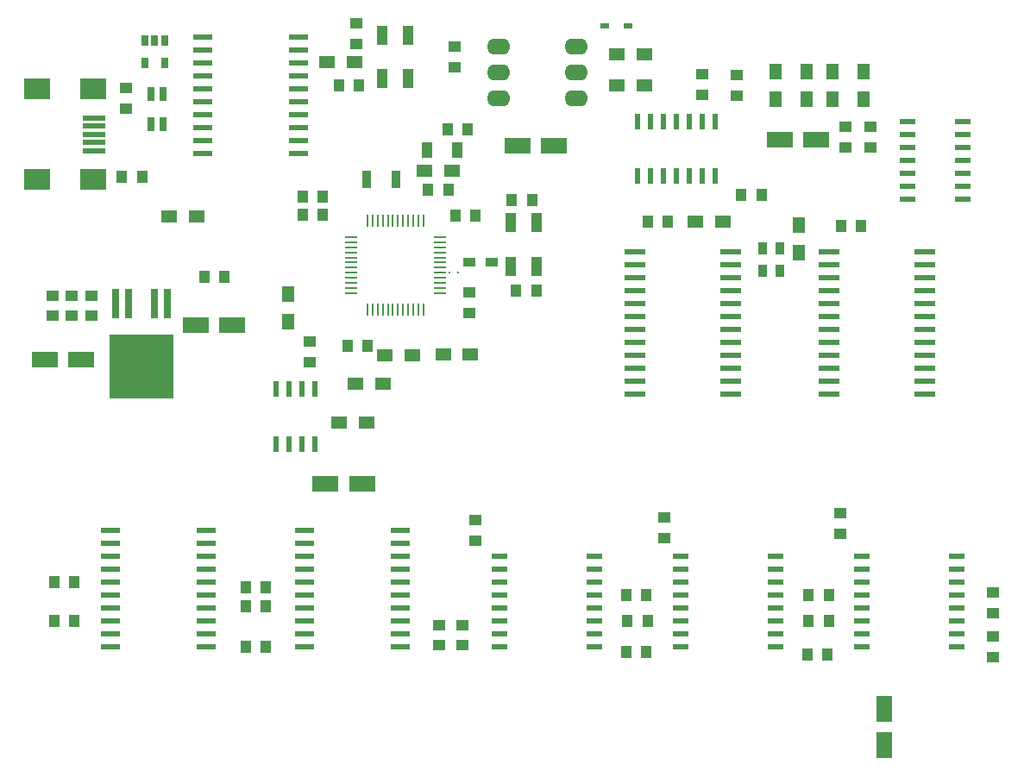
<source format=gbr>
G04 #@! TF.FileFunction,Paste,Bot*
%FSLAX46Y46*%
G04 Gerber Fmt 4.6, Leading zero omitted, Abs format (unit mm)*
G04 Created by KiCad (PCBNEW 4.0.2-4+6225~38~ubuntu15.04.1-stable) date Do 03 Mär 2016 00:54:52 CET*
%MOMM*%
G01*
G04 APERTURE LIST*
%ADD10C,0.150000*%
%ADD11R,0.600000X1.550000*%
%ADD12R,2.000000X0.600000*%
%ADD13R,1.950000X0.600000*%
%ADD14R,2.600960X1.600200*%
%ADD15R,1.600200X2.600960*%
%ADD16R,1.000000X1.600000*%
%ADD17R,0.800000X3.000000*%
%ADD18R,6.300000X6.300000*%
%ADD19R,1.100000X1.900000*%
%ADD20R,1.500000X0.600000*%
%ADD21R,0.600000X1.500000*%
%ADD22O,2.286000X1.574800*%
%ADD23R,1.300000X0.250000*%
%ADD24R,0.250000X1.300000*%
%ADD25R,1.000000X1.250000*%
%ADD26R,1.250000X1.000000*%
%ADD27R,0.650000X1.060000*%
%ADD28R,0.800000X1.400000*%
%ADD29R,1.200000X0.900000*%
%ADD30R,1.500000X1.300000*%
%ADD31R,1.300000X1.500000*%
%ADD32R,0.200000X0.200000*%
%ADD33R,2.301240X0.500380*%
%ADD34R,2.499360X1.998980*%
%ADD35R,0.900000X0.600000*%
%ADD36R,0.900000X1.700000*%
%ADD37R,0.900000X1.200000*%
G04 APERTURE END LIST*
D10*
D11*
X36322000Y-49944000D03*
X35052000Y-49944000D03*
X33782000Y-49944000D03*
X32512000Y-49944000D03*
X32512000Y-44544000D03*
X33782000Y-44544000D03*
X35052000Y-44544000D03*
X36322000Y-44544000D03*
D12*
X96140000Y-31115000D03*
X96140000Y-32385000D03*
X96140000Y-33655000D03*
X96140000Y-34925000D03*
X96140000Y-36195000D03*
X96140000Y-37465000D03*
X96140000Y-38735000D03*
X96140000Y-40005000D03*
X96140000Y-41275000D03*
X96140000Y-42545000D03*
X96140000Y-43815000D03*
X96140000Y-45085000D03*
X86740000Y-45085000D03*
X86740000Y-43815000D03*
X86740000Y-42545000D03*
X86740000Y-41275000D03*
X86740000Y-40005000D03*
X86740000Y-38735000D03*
X86740000Y-37465000D03*
X86740000Y-36195000D03*
X86740000Y-34925000D03*
X86740000Y-33655000D03*
X86740000Y-32385000D03*
X86740000Y-31115000D03*
D13*
X35305000Y-69850000D03*
X35305000Y-68580000D03*
X35305000Y-67310000D03*
X35305000Y-66040000D03*
X35305000Y-64770000D03*
X35305000Y-63500000D03*
X35305000Y-62230000D03*
X35305000Y-60960000D03*
X35305000Y-59690000D03*
X35305000Y-58420000D03*
X44705000Y-58420000D03*
X44705000Y-59690000D03*
X44705000Y-60960000D03*
X44705000Y-62230000D03*
X44705000Y-63500000D03*
X44705000Y-64770000D03*
X44705000Y-66040000D03*
X44705000Y-67310000D03*
X44705000Y-68580000D03*
X44705000Y-69850000D03*
D14*
X37315140Y-53848000D03*
X40916860Y-53848000D03*
D15*
X92201000Y-79524860D03*
X92201000Y-75923140D03*
D14*
X85493860Y-20066000D03*
X81892140Y-20066000D03*
D16*
X47268000Y-21082000D03*
X50268000Y-21082000D03*
D14*
X56174640Y-20637500D03*
X59776360Y-20637500D03*
X24563340Y-38252400D03*
X28165060Y-38252400D03*
D17*
X16763000Y-36195000D03*
X18033000Y-36195000D03*
X20573000Y-36195000D03*
D18*
X19303000Y-42322000D03*
D17*
X21843000Y-36195000D03*
D19*
X55499000Y-28219400D03*
X58039000Y-32486600D03*
X55499000Y-32486600D03*
X58039000Y-28219400D03*
D13*
X16255000Y-69850000D03*
X16255000Y-68580000D03*
X16255000Y-67310000D03*
X16255000Y-66040000D03*
X16255000Y-64770000D03*
X16255000Y-63500000D03*
X16255000Y-62230000D03*
X16255000Y-60960000D03*
X16255000Y-59690000D03*
X16255000Y-58420000D03*
X25655000Y-58420000D03*
X25655000Y-59690000D03*
X25655000Y-60960000D03*
X25655000Y-62230000D03*
X25655000Y-63500000D03*
X25655000Y-64770000D03*
X25655000Y-66040000D03*
X25655000Y-67310000D03*
X25655000Y-68580000D03*
X25655000Y-69850000D03*
D20*
X63705000Y-60960000D03*
X63705000Y-62230000D03*
X63705000Y-63500000D03*
X63705000Y-64770000D03*
X63705000Y-66040000D03*
X63705000Y-67310000D03*
X63705000Y-68580000D03*
X63705000Y-69850000D03*
X54405000Y-69850000D03*
X54405000Y-68580000D03*
X54405000Y-67310000D03*
X54405000Y-66040000D03*
X54405000Y-64770000D03*
X54405000Y-63500000D03*
X54405000Y-62230000D03*
X54405000Y-60960000D03*
X81485000Y-60960000D03*
X81485000Y-62230000D03*
X81485000Y-63500000D03*
X81485000Y-64770000D03*
X81485000Y-66040000D03*
X81485000Y-67310000D03*
X81485000Y-68580000D03*
X81485000Y-69850000D03*
X72185000Y-69850000D03*
X72185000Y-68580000D03*
X72185000Y-67310000D03*
X72185000Y-66040000D03*
X72185000Y-64770000D03*
X72185000Y-63500000D03*
X72185000Y-62230000D03*
X72185000Y-60960000D03*
X99265000Y-60960000D03*
X99265000Y-62230000D03*
X99265000Y-63500000D03*
X99265000Y-64770000D03*
X99265000Y-66040000D03*
X99265000Y-67310000D03*
X99265000Y-68580000D03*
X99265000Y-69850000D03*
X89965000Y-69850000D03*
X89965000Y-68580000D03*
X89965000Y-67310000D03*
X89965000Y-66040000D03*
X89965000Y-64770000D03*
X89965000Y-63500000D03*
X89965000Y-62230000D03*
X89965000Y-60960000D03*
D21*
X75565000Y-23655000D03*
X74295000Y-23655000D03*
X73025000Y-23655000D03*
X71755000Y-23655000D03*
X70485000Y-23655000D03*
X69215000Y-23655000D03*
X67945000Y-23655000D03*
X67945000Y-18255000D03*
X69215000Y-18255000D03*
X70485000Y-18255000D03*
X71755000Y-18255000D03*
X73025000Y-18255000D03*
X74295000Y-18255000D03*
X75565000Y-18255000D03*
D13*
X34672000Y-10033000D03*
X34672000Y-11303000D03*
X34672000Y-12573000D03*
X34672000Y-13843000D03*
X34672000Y-15113000D03*
X34672000Y-16383000D03*
X34672000Y-17653000D03*
X34672000Y-18923000D03*
X34672000Y-20193000D03*
X34672000Y-21463000D03*
X25272000Y-21463000D03*
X25272000Y-20193000D03*
X25272000Y-18923000D03*
X25272000Y-17653000D03*
X25272000Y-16383000D03*
X25272000Y-15113000D03*
X25272000Y-13843000D03*
X25272000Y-12573000D03*
X25272000Y-11303000D03*
X25272000Y-10033000D03*
D22*
X61976000Y-10922000D03*
X61976000Y-13462000D03*
X61976000Y-16002000D03*
X54356000Y-16002000D03*
X54356000Y-13462000D03*
X54356000Y-10922000D03*
D12*
X77090000Y-31115000D03*
X77090000Y-32385000D03*
X77090000Y-33655000D03*
X77090000Y-34925000D03*
X77090000Y-36195000D03*
X77090000Y-37465000D03*
X77090000Y-38735000D03*
X77090000Y-40005000D03*
X77090000Y-41275000D03*
X77090000Y-42545000D03*
X77090000Y-43815000D03*
X77090000Y-45085000D03*
X67690000Y-45085000D03*
X67690000Y-43815000D03*
X67690000Y-42545000D03*
X67690000Y-41275000D03*
X67690000Y-40005000D03*
X67690000Y-38735000D03*
X67690000Y-37465000D03*
X67690000Y-36195000D03*
X67690000Y-34925000D03*
X67690000Y-33655000D03*
X67690000Y-32385000D03*
X67690000Y-31115000D03*
D19*
X42926000Y-9804400D03*
X45466000Y-14071600D03*
X42926000Y-14071600D03*
X45466000Y-9804400D03*
D23*
X48546000Y-29635000D03*
X48546000Y-30135000D03*
X48546000Y-30635000D03*
X48546000Y-31135000D03*
X48546000Y-31635000D03*
X48546000Y-32135000D03*
X48546000Y-32635000D03*
X48546000Y-33135000D03*
X48546000Y-33635000D03*
X48546000Y-34135000D03*
X48546000Y-34635000D03*
X48546000Y-35135000D03*
D24*
X46946000Y-36735000D03*
X46446000Y-36735000D03*
X45946000Y-36735000D03*
X45446000Y-36735000D03*
X44946000Y-36735000D03*
X44446000Y-36735000D03*
X43946000Y-36735000D03*
X43446000Y-36735000D03*
X42946000Y-36735000D03*
X42446000Y-36735000D03*
X41946000Y-36735000D03*
X41446000Y-36735000D03*
D23*
X39846000Y-35135000D03*
X39846000Y-34635000D03*
X39846000Y-34135000D03*
X39846000Y-33635000D03*
X39846000Y-33135000D03*
X39846000Y-32635000D03*
X39846000Y-32135000D03*
X39846000Y-31635000D03*
X39846000Y-31135000D03*
X39846000Y-30635000D03*
X39846000Y-30135000D03*
X39846000Y-29635000D03*
D24*
X41446000Y-28035000D03*
X41946000Y-28035000D03*
X42446000Y-28035000D03*
X42946000Y-28035000D03*
X43446000Y-28035000D03*
X43946000Y-28035000D03*
X44446000Y-28035000D03*
X44946000Y-28035000D03*
X45446000Y-28035000D03*
X45946000Y-28035000D03*
X46446000Y-28035000D03*
X46946000Y-28035000D03*
D25*
X35068000Y-27432000D03*
X37068000Y-27432000D03*
D26*
X40386000Y-10652000D03*
X40386000Y-8652000D03*
D25*
X40624000Y-14732000D03*
X38624000Y-14732000D03*
D26*
X102870000Y-70850000D03*
X102870000Y-68850000D03*
D25*
X84598000Y-70612000D03*
X86598000Y-70612000D03*
D26*
X90805000Y-20812000D03*
X90805000Y-18812000D03*
D25*
X55603900Y-25984200D03*
X57603900Y-25984200D03*
X58023000Y-34925000D03*
X56023000Y-34925000D03*
D26*
X77724000Y-15732000D03*
X77724000Y-13732000D03*
X50038000Y-12938000D03*
X50038000Y-10938000D03*
X102869000Y-66532000D03*
X102869000Y-64532000D03*
D25*
X87899000Y-28575000D03*
X89899000Y-28575000D03*
X39487600Y-40309800D03*
X41487600Y-40309800D03*
X68818000Y-70358000D03*
X66818000Y-70358000D03*
X84725000Y-64770000D03*
X86725000Y-64770000D03*
X66818000Y-64770000D03*
X68818000Y-64770000D03*
D26*
X51460400Y-37068000D03*
X51460400Y-35068000D03*
D25*
X47387000Y-25019000D03*
X49387000Y-25019000D03*
X84725000Y-67310000D03*
X86725000Y-67310000D03*
D26*
X50800000Y-67707000D03*
X50800000Y-69707000D03*
X52070000Y-59420000D03*
X52070000Y-57420000D03*
X35814000Y-41894000D03*
X35814000Y-39894000D03*
D25*
X66945000Y-67310000D03*
X68945000Y-67310000D03*
D26*
X87884000Y-58759600D03*
X87884000Y-56759600D03*
D25*
X78121000Y-25527000D03*
X80121000Y-25527000D03*
X12684000Y-63500000D03*
X10684000Y-63500000D03*
X50054000Y-27559000D03*
X52054000Y-27559000D03*
D26*
X48514000Y-69707000D03*
X48514000Y-67707000D03*
D25*
X31479000Y-65913000D03*
X29479000Y-65913000D03*
X12684000Y-67310000D03*
X10684000Y-67310000D03*
X29480000Y-69850000D03*
X31480000Y-69850000D03*
X68951600Y-28092400D03*
X70951600Y-28092400D03*
D26*
X70612000Y-59166000D03*
X70612000Y-57166000D03*
X10565400Y-37372800D03*
X10565400Y-35372800D03*
D14*
X9755140Y-41656000D03*
X13356860Y-41656000D03*
D25*
X19351500Y-23685500D03*
X17351500Y-23685500D03*
D26*
X17780000Y-17002000D03*
X17780000Y-15002000D03*
D27*
X19624000Y-10330000D03*
X20574000Y-10330000D03*
X21524000Y-10330000D03*
X21524000Y-12530000D03*
X19624000Y-12530000D03*
D28*
X21364500Y-18581500D03*
X20164500Y-15581500D03*
X20164500Y-18581500D03*
X21364500Y-15581500D03*
D29*
X51478000Y-32131000D03*
X53678000Y-32131000D03*
D26*
X12445000Y-37372800D03*
X12445000Y-35372800D03*
X14324600Y-37372800D03*
X14324600Y-35372800D03*
D25*
X37068000Y-25654000D03*
X35068000Y-25654000D03*
X25415000Y-33528000D03*
X27415000Y-33528000D03*
D30*
X22017000Y-27635200D03*
X24717000Y-27635200D03*
X37512000Y-12446000D03*
X40212000Y-12446000D03*
X45850800Y-41198800D03*
X43150800Y-41198800D03*
X43005000Y-44069000D03*
X40305000Y-44069000D03*
X48865800Y-41122600D03*
X51565800Y-41122600D03*
X68660000Y-11684000D03*
X65960000Y-11684000D03*
X47037000Y-23114000D03*
X49737000Y-23114000D03*
X65960000Y-14732000D03*
X68660000Y-14732000D03*
D31*
X84582000Y-13382000D03*
X84582000Y-16082000D03*
X90170000Y-13382000D03*
X90170000Y-16082000D03*
X81534000Y-13382000D03*
X81534000Y-16082000D03*
X87122000Y-13382000D03*
X87122000Y-16082000D03*
X33655000Y-35226000D03*
X33655000Y-37926000D03*
D30*
X76330800Y-28092400D03*
X73630800Y-28092400D03*
D31*
X83819000Y-28495000D03*
X83819000Y-31195000D03*
D32*
X49511000Y-33134300D03*
X50311000Y-33134300D03*
D33*
X14624320Y-21158200D03*
X14624320Y-20358100D03*
X14624320Y-19558000D03*
X14624320Y-18757900D03*
X14624320Y-17957800D03*
D34*
X14525260Y-24008080D03*
X9026160Y-24008080D03*
X14525260Y-15107920D03*
X9026160Y-15107920D03*
D30*
X38655000Y-47879000D03*
X41355000Y-47879000D03*
D35*
X67056000Y-8890000D03*
X64770000Y-8890000D03*
D20*
X99855000Y-18288000D03*
X99855000Y-19558000D03*
X99855000Y-20828000D03*
X99855000Y-22098000D03*
X99855000Y-23368000D03*
X99855000Y-24638000D03*
X99855000Y-25908000D03*
X94455000Y-25908000D03*
X94455000Y-24638000D03*
X94455000Y-23368000D03*
X94455000Y-22098000D03*
X94455000Y-20828000D03*
X94455000Y-19558000D03*
X94455000Y-18288000D03*
D25*
X49292000Y-19050000D03*
X51292000Y-19050000D03*
D26*
X88392000Y-18812000D03*
X88392000Y-20812000D03*
X74320400Y-13630400D03*
X74320400Y-15630400D03*
D36*
X41374400Y-23977600D03*
X44274400Y-23977600D03*
D25*
X31479000Y-64008000D03*
X29479000Y-64008000D03*
D37*
X81914000Y-30777000D03*
X81914000Y-32977000D03*
X80263000Y-32977000D03*
X80263000Y-30777000D03*
M02*

</source>
